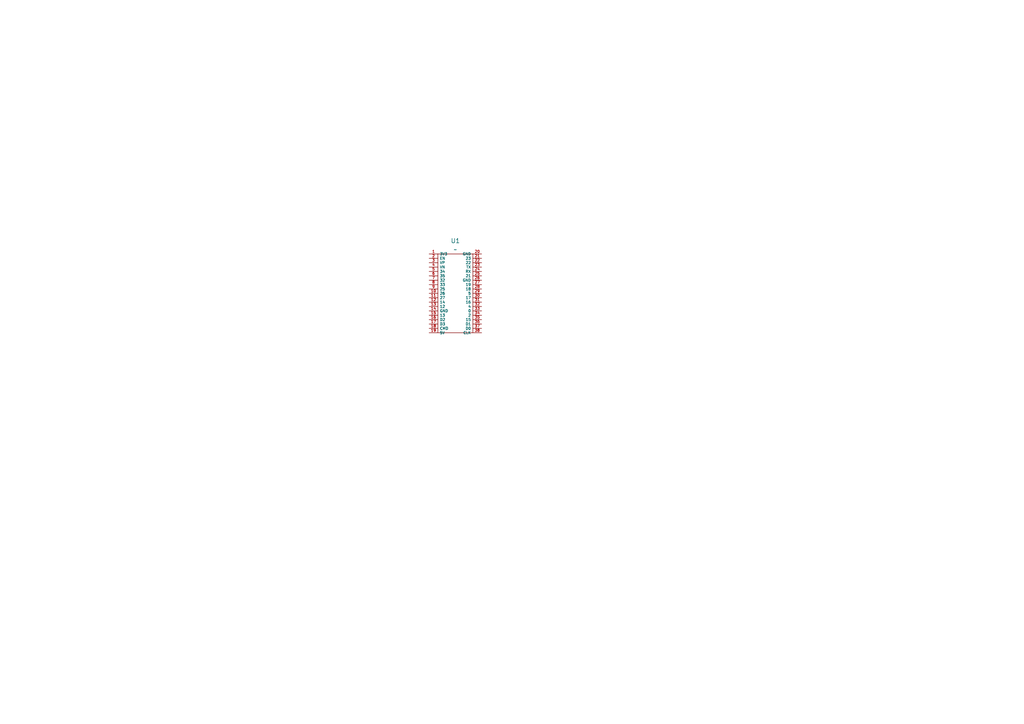
<source format=kicad_sch>
(kicad_sch
	(version 20231120)
	(generator "eeschema")
	(generator_version "8.0")
	(uuid "8e11e312-44c5-4cea-9601-db95228d81a1")
	(paper "A4")
	(lib_symbols
		(symbol "my-library:ESP32-DevKitC-32E"
			(exclude_from_sim no)
			(in_bom yes)
			(on_board yes)
			(property "Reference" "U"
				(at 0 0 0)
				(effects
					(font
						(size 1.27 1.27)
					)
				)
			)
			(property "Value" ""
				(at 0 0 0)
				(effects
					(font
						(size 1.27 1.27)
					)
				)
			)
			(property "Footprint" ""
				(at 0 0 0)
				(effects
					(font
						(size 1.27 1.27)
					)
					(hide yes)
				)
			)
			(property "Datasheet" ""
				(at 0 0 0)
				(effects
					(font
						(size 1.27 1.27)
					)
					(hide yes)
				)
			)
			(property "Description" ""
				(at 0 0 0)
				(effects
					(font
						(size 1.27 1.27)
					)
					(hide yes)
				)
			)
			(symbol "ESP32-DevKitC-32E_0_1"
				(rectangle
					(start -5.08 -11.43)
					(end 5.08 -11.43)
					(stroke
						(width 0)
						(type default)
					)
					(fill
						(type none)
					)
				)
				(rectangle
					(start -5.08 11.43)
					(end -5.08 -11.43)
					(stroke
						(width 0)
						(type default)
					)
					(fill
						(type none)
					)
				)
				(rectangle
					(start -5.08 11.43)
					(end 5.08 11.43)
					(stroke
						(width 0)
						(type default)
					)
					(fill
						(type none)
					)
				)
				(rectangle
					(start 5.08 11.43)
					(end 5.08 -11.43)
					(stroke
						(width 0)
						(type default)
					)
					(fill
						(type none)
					)
				)
			)
			(symbol "ESP32-DevKitC-32E_1_1"
				(pin passive line
					(at -7.62 11.43 0)
					(length 2.54)
					(name "3V3"
						(effects
							(font
								(size 0.762 0.762)
							)
						)
					)
					(number "1"
						(effects
							(font
								(size 0.762 0.762)
							)
						)
					)
				)
				(pin passive line
					(at -7.62 0 0)
					(length 2.54)
					(name "26"
						(effects
							(font
								(size 0.762 0.762)
							)
						)
					)
					(number "10"
						(effects
							(font
								(size 0.762 0.762)
							)
						)
					)
				)
				(pin passive line
					(at -7.62 -1.27 0)
					(length 2.54)
					(name "27"
						(effects
							(font
								(size 0.762 0.762)
							)
						)
					)
					(number "11"
						(effects
							(font
								(size 0.762 0.762)
							)
						)
					)
				)
				(pin passive line
					(at -7.62 -2.54 0)
					(length 2.54)
					(name "14"
						(effects
							(font
								(size 0.762 0.762)
							)
						)
					)
					(number "12"
						(effects
							(font
								(size 0.762 0.762)
							)
						)
					)
				)
				(pin passive line
					(at -7.62 -3.81 0)
					(length 2.54)
					(name "12"
						(effects
							(font
								(size 0.762 0.762)
							)
						)
					)
					(number "13"
						(effects
							(font
								(size 0.762 0.762)
							)
						)
					)
				)
				(pin passive line
					(at -7.62 -5.08 0)
					(length 2.54)
					(name "GND"
						(effects
							(font
								(size 0.762 0.762)
							)
						)
					)
					(number "14"
						(effects
							(font
								(size 0.762 0.762)
							)
						)
					)
				)
				(pin passive line
					(at -7.62 -6.35 0)
					(length 2.54)
					(name "13"
						(effects
							(font
								(size 0.762 0.762)
							)
						)
					)
					(number "15"
						(effects
							(font
								(size 0.762 0.762)
							)
						)
					)
				)
				(pin passive line
					(at -7.62 -7.62 0)
					(length 2.54)
					(name "D2"
						(effects
							(font
								(size 0.762 0.762)
							)
						)
					)
					(number "16"
						(effects
							(font
								(size 0.762 0.762)
							)
						)
					)
				)
				(pin passive line
					(at -7.62 -8.89 0)
					(length 2.54)
					(name "D3"
						(effects
							(font
								(size 0.762 0.762)
							)
						)
					)
					(number "17"
						(effects
							(font
								(size 0.762 0.762)
							)
						)
					)
				)
				(pin passive line
					(at -7.62 -10.16 0)
					(length 2.54)
					(name "CMD"
						(effects
							(font
								(size 0.762 0.762)
							)
						)
					)
					(number "18"
						(effects
							(font
								(size 0.762 0.762)
							)
						)
					)
				)
				(pin passive line
					(at -7.62 -11.43 0)
					(length 2.54)
					(name "5V"
						(effects
							(font
								(size 0.762 0.762)
							)
						)
					)
					(number "19"
						(effects
							(font
								(size 0.762 0.762)
							)
						)
					)
				)
				(pin passive line
					(at -7.62 10.16 0)
					(length 2.54)
					(name "EN"
						(effects
							(font
								(size 0.762 0.762)
							)
						)
					)
					(number "2"
						(effects
							(font
								(size 0.762 0.762)
							)
						)
					)
				)
				(pin passive line
					(at 7.62 11.43 180)
					(length 2.54)
					(name "GND"
						(effects
							(font
								(size 0.762 0.762)
							)
						)
					)
					(number "20"
						(effects
							(font
								(size 0.762 0.762)
							)
						)
					)
				)
				(pin passive line
					(at 7.62 10.16 180)
					(length 2.54)
					(name "23"
						(effects
							(font
								(size 0.762 0.762)
							)
						)
					)
					(number "21"
						(effects
							(font
								(size 0.762 0.762)
							)
						)
					)
				)
				(pin passive line
					(at 7.62 8.89 180)
					(length 2.54)
					(name "22"
						(effects
							(font
								(size 0.762 0.762)
							)
						)
					)
					(number "22"
						(effects
							(font
								(size 0.762 0.762)
							)
						)
					)
				)
				(pin passive line
					(at 7.62 7.62 180)
					(length 2.54)
					(name "TX"
						(effects
							(font
								(size 0.762 0.762)
							)
						)
					)
					(number "23"
						(effects
							(font
								(size 0.762 0.762)
							)
						)
					)
				)
				(pin passive line
					(at 7.62 6.35 180)
					(length 2.54)
					(name "RX"
						(effects
							(font
								(size 0.762 0.762)
							)
						)
					)
					(number "24"
						(effects
							(font
								(size 0.762 0.762)
							)
						)
					)
				)
				(pin passive line
					(at 7.62 5.08 180)
					(length 2.54)
					(name "21"
						(effects
							(font
								(size 0.762 0.762)
							)
						)
					)
					(number "25"
						(effects
							(font
								(size 0.762 0.762)
							)
						)
					)
				)
				(pin passive line
					(at 7.62 3.81 180)
					(length 2.54)
					(name "GND"
						(effects
							(font
								(size 0.762 0.762)
							)
						)
					)
					(number "26"
						(effects
							(font
								(size 0.762 0.762)
							)
						)
					)
				)
				(pin passive line
					(at 7.62 2.54 180)
					(length 2.54)
					(name "19"
						(effects
							(font
								(size 0.762 0.762)
							)
						)
					)
					(number "27"
						(effects
							(font
								(size 0.762 0.762)
							)
						)
					)
				)
				(pin passive line
					(at 7.62 1.27 180)
					(length 2.54)
					(name "18"
						(effects
							(font
								(size 0.762 0.762)
							)
						)
					)
					(number "28"
						(effects
							(font
								(size 0.762 0.762)
							)
						)
					)
				)
				(pin passive line
					(at 7.62 0 180)
					(length 2.54)
					(name "5"
						(effects
							(font
								(size 0.762 0.762)
							)
						)
					)
					(number "29"
						(effects
							(font
								(size 0.762 0.762)
							)
						)
					)
				)
				(pin passive line
					(at -7.62 8.89 0)
					(length 2.54)
					(name "VP"
						(effects
							(font
								(size 0.762 0.762)
							)
						)
					)
					(number "3"
						(effects
							(font
								(size 0.762 0.762)
							)
						)
					)
				)
				(pin passive line
					(at 7.62 -1.27 180)
					(length 2.54)
					(name "17"
						(effects
							(font
								(size 0.762 0.762)
							)
						)
					)
					(number "30"
						(effects
							(font
								(size 0.762 0.762)
							)
						)
					)
				)
				(pin passive line
					(at 7.62 -2.54 180)
					(length 2.54)
					(name "16"
						(effects
							(font
								(size 0.762 0.762)
							)
						)
					)
					(number "31"
						(effects
							(font
								(size 0.762 0.762)
							)
						)
					)
				)
				(pin passive line
					(at 7.62 -3.81 180)
					(length 2.54)
					(name "4"
						(effects
							(font
								(size 0.762 0.762)
							)
						)
					)
					(number "32"
						(effects
							(font
								(size 0.762 0.762)
							)
						)
					)
				)
				(pin passive line
					(at 7.62 -5.08 180)
					(length 2.54)
					(name "0"
						(effects
							(font
								(size 0.762 0.762)
							)
						)
					)
					(number "33"
						(effects
							(font
								(size 0.762 0.762)
							)
						)
					)
				)
				(pin passive line
					(at 7.62 -6.35 180)
					(length 2.54)
					(name "2"
						(effects
							(font
								(size 0.762 0.762)
							)
						)
					)
					(number "34"
						(effects
							(font
								(size 0.762 0.762)
							)
						)
					)
				)
				(pin passive line
					(at 7.62 -7.62 180)
					(length 2.54)
					(name "15"
						(effects
							(font
								(size 0.762 0.762)
							)
						)
					)
					(number "35"
						(effects
							(font
								(size 0.762 0.762)
							)
						)
					)
				)
				(pin passive line
					(at 7.62 -8.89 180)
					(length 2.54)
					(name "D1"
						(effects
							(font
								(size 0.762 0.762)
							)
						)
					)
					(number "36"
						(effects
							(font
								(size 0.762 0.762)
							)
						)
					)
				)
				(pin passive line
					(at 7.62 -10.16 180)
					(length 2.54)
					(name "D0"
						(effects
							(font
								(size 0.762 0.762)
							)
						)
					)
					(number "37"
						(effects
							(font
								(size 0.762 0.762)
							)
						)
					)
				)
				(pin passive line
					(at 7.62 -11.43 180)
					(length 2.54)
					(name "CLK"
						(effects
							(font
								(size 0.762 0.762)
							)
						)
					)
					(number "38"
						(effects
							(font
								(size 0.762 0.762)
							)
						)
					)
				)
				(pin passive line
					(at -7.62 7.62 0)
					(length 2.54)
					(name "VN"
						(effects
							(font
								(size 0.762 0.762)
							)
						)
					)
					(number "4"
						(effects
							(font
								(size 0.762 0.762)
							)
						)
					)
				)
				(pin passive line
					(at -7.62 6.35 0)
					(length 2.54)
					(name "34"
						(effects
							(font
								(size 0.762 0.762)
							)
						)
					)
					(number "5"
						(effects
							(font
								(size 0.762 0.762)
							)
						)
					)
				)
				(pin passive line
					(at -7.62 5.08 0)
					(length 2.54)
					(name "35"
						(effects
							(font
								(size 0.762 0.762)
							)
						)
					)
					(number "6"
						(effects
							(font
								(size 0.762 0.762)
							)
						)
					)
				)
				(pin passive line
					(at -7.62 3.81 0)
					(length 2.54)
					(name "32"
						(effects
							(font
								(size 0.762 0.762)
							)
						)
					)
					(number "7"
						(effects
							(font
								(size 0.762 0.762)
							)
						)
					)
				)
				(pin passive line
					(at -7.62 2.54 0)
					(length 2.54)
					(name "33"
						(effects
							(font
								(size 0.762 0.762)
							)
						)
					)
					(number "8"
						(effects
							(font
								(size 0.762 0.762)
							)
						)
					)
				)
				(pin passive line
					(at -7.62 1.27 0)
					(length 2.54)
					(name "25"
						(effects
							(font
								(size 0.762 0.762)
							)
						)
					)
					(number "9"
						(effects
							(font
								(size 0.762 0.762)
							)
						)
					)
				)
			)
		)
	)
	(symbol
		(lib_id "my-library:ESP32-DevKitC-32E")
		(at 132.08 85.09 0)
		(unit 1)
		(exclude_from_sim no)
		(in_bom yes)
		(on_board yes)
		(dnp no)
		(fields_autoplaced yes)
		(uuid "f5a9822a-0f7c-47e8-90f5-d48bdc992acd")
		(property "Reference" "U1"
			(at 132.08 69.85 0)
			(effects
				(font
					(size 1.27 1.27)
				)
			)
		)
		(property "Value" "~"
			(at 132.08 72.39 0)
			(effects
				(font
					(size 1.27 1.27)
				)
			)
		)
		(property "Footprint" ""
			(at 132.08 85.09 0)
			(effects
				(font
					(size 1.27 1.27)
				)
				(hide yes)
			)
		)
		(property "Datasheet" ""
			(at 132.08 85.09 0)
			(effects
				(font
					(size 1.27 1.27)
				)
				(hide yes)
			)
		)
		(property "Description" ""
			(at 132.08 85.09 0)
			(effects
				(font
					(size 1.27 1.27)
				)
				(hide yes)
			)
		)
		(pin "21"
			(uuid "c23b3e3d-0aea-4b85-bf96-0404357b9d72")
		)
		(pin "22"
			(uuid "a29e069d-de2e-4b06-bd2b-13b91ee7fb2d")
		)
		(pin "34"
			(uuid "9dfdb029-30a8-4406-b92f-c4fc577cc7d0")
		)
		(pin "38"
			(uuid "0079d583-c2df-47e3-86c6-ce1e68475cec")
		)
		(pin "5"
			(uuid "88698c6b-ced6-462c-be75-bb8051ce9acb")
		)
		(pin "4"
			(uuid "2307e89b-0075-48fa-837e-40bb240cf196")
		)
		(pin "26"
			(uuid "79d5d20e-5156-454f-812e-099ea40b8fac")
		)
		(pin "9"
			(uuid "bcaf5f75-12d9-4aa0-9f2b-76edd7633919")
		)
		(pin "17"
			(uuid "c474325e-73f8-4290-990c-a782ad08262f")
		)
		(pin "7"
			(uuid "0a56c474-2d75-4667-addf-5ff485200b83")
		)
		(pin "24"
			(uuid "dfbf543f-5c53-4a67-bb03-e17483b38943")
		)
		(pin "20"
			(uuid "2482cc9a-9b5b-4017-aa04-c9d64da0554f")
		)
		(pin "27"
			(uuid "adf5f1d3-4491-4ac7-ab8d-d1fea46667a1")
		)
		(pin "30"
			(uuid "deda9d86-aa14-4cdf-a309-b226d8a94a81")
		)
		(pin "8"
			(uuid "c278c930-159e-4706-8622-b8f026fc05c9")
		)
		(pin "13"
			(uuid "6b6ae15e-fb4b-4467-af71-1a78cd29c165")
		)
		(pin "32"
			(uuid "1477fe6b-4030-44b2-abed-d8f054fa7c78")
		)
		(pin "35"
			(uuid "0d25cdcf-4753-449a-af66-a132c38bbaed")
		)
		(pin "15"
			(uuid "d9c32f39-f9ca-455e-9e46-34ae74fe3496")
		)
		(pin "31"
			(uuid "f2a434c4-30d7-4226-a344-3d98bf282245")
		)
		(pin "36"
			(uuid "5f377400-91d5-4fb8-8b07-05817dbfb212")
		)
		(pin "6"
			(uuid "2fb524e8-b9b7-4b70-9d3b-18f9f8aea937")
		)
		(pin "14"
			(uuid "91ad8053-670a-4ae8-bb0d-ebdeae5927fd")
		)
		(pin "23"
			(uuid "03e4648b-6f3b-4246-968a-ac5ac8811893")
		)
		(pin "28"
			(uuid "fa584325-acc9-46f4-a2fd-30b74b6882a3")
		)
		(pin "19"
			(uuid "eb59ca57-4a37-4bf6-9fca-391f961fb23a")
		)
		(pin "25"
			(uuid "118708b2-e35d-4dde-b0b2-745c283d7b8f")
		)
		(pin "29"
			(uuid "17f4a3d4-05ad-463e-8625-20d6ba3bf272")
		)
		(pin "12"
			(uuid "b6bd2703-8787-4fbe-a420-875a049b3388")
		)
		(pin "3"
			(uuid "e1103f2b-d21a-485e-a9ce-5b06e9127e10")
		)
		(pin "37"
			(uuid "a3ab44db-714c-4c81-a17d-b6e57ca6e97b")
		)
		(pin "16"
			(uuid "8ad2f051-ac44-4773-8800-42cb1de6390b")
		)
		(pin "2"
			(uuid "cc0704e1-9a01-469b-bf27-86d700f20e36")
		)
		(pin "18"
			(uuid "087a4af5-aef1-4019-a209-27aae5395fad")
		)
		(pin "33"
			(uuid "50623579-0396-4fc6-9ca0-53a03f9fa793")
		)
		(pin "1"
			(uuid "5bfa01ea-f537-442f-b946-f0eb82e60491")
		)
		(pin "11"
			(uuid "04a87576-0a13-4fca-b29b-bce9d1dc93b3")
		)
		(pin "10"
			(uuid "3a5e4b77-046a-4320-95a0-54cbced63a35")
		)
		(instances
			(project "line-sensor-v1"
				(path "/8e11e312-44c5-4cea-9601-db95228d81a1"
					(reference "U1")
					(unit 1)
				)
			)
		)
	)
	(sheet_instances
		(path "/"
			(page "1")
		)
	)
)

</source>
